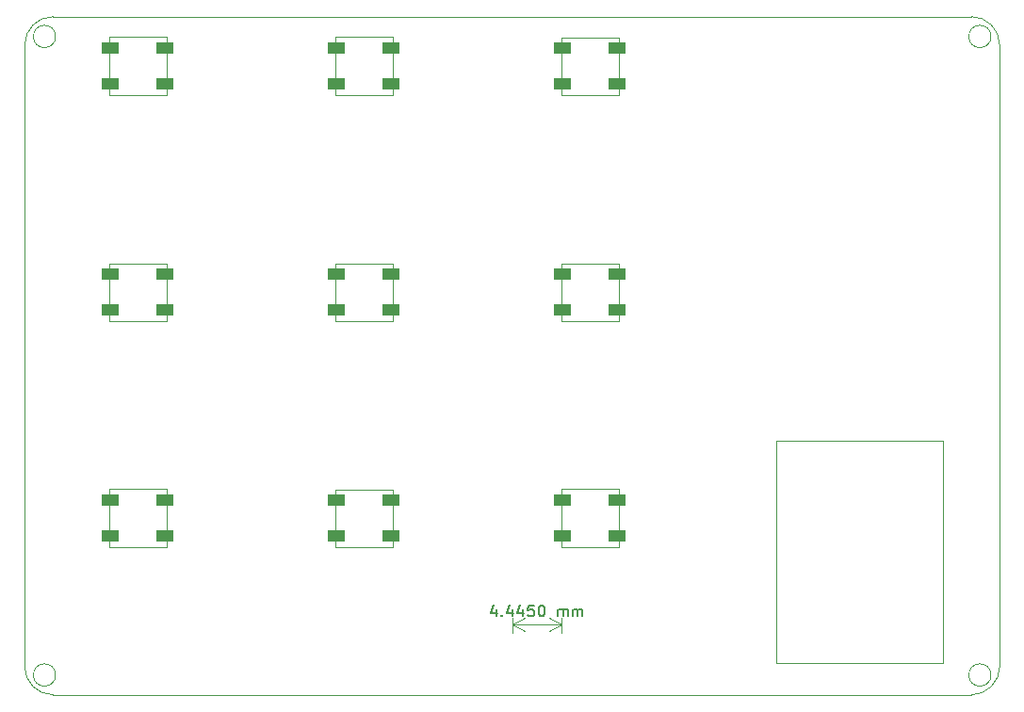
<source format=gbr>
%TF.GenerationSoftware,KiCad,Pcbnew,(6.0.5)*%
%TF.CreationDate,2022-06-17T09:46:01+08:00*%
%TF.ProjectId,keyboard_V4,6b657962-6f61-4726-945f-56342e6b6963,rev?*%
%TF.SameCoordinates,Original*%
%TF.FileFunction,Paste,Bot*%
%TF.FilePolarity,Positive*%
%FSLAX46Y46*%
G04 Gerber Fmt 4.6, Leading zero omitted, Abs format (unit mm)*
G04 Created by KiCad (PCBNEW (6.0.5)) date 2022-06-17 09:46:01*
%MOMM*%
%LPD*%
G01*
G04 APERTURE LIST*
%TA.AperFunction,Profile*%
%ADD10C,0.050000*%
%TD*%
%ADD11C,0.150000*%
%ADD12R,1.500000X1.000000*%
G04 APERTURE END LIST*
D10*
X43241538Y-103567747D02*
X38059938Y-103567747D01*
X38059938Y-103567747D02*
X38059938Y-98356147D01*
X38059938Y-98356147D02*
X43241538Y-98356147D01*
X43241538Y-98356147D02*
X43241538Y-103567747D01*
X115570000Y-55880000D02*
X33020000Y-55880000D01*
X83870800Y-83235800D02*
X78689200Y-83235800D01*
X78689200Y-83235800D02*
X78689200Y-78054200D01*
X78689200Y-78054200D02*
X83870800Y-78054200D01*
X83870800Y-78054200D02*
X83870800Y-83235800D01*
X117332000Y-57658000D02*
G75*
G03*
X117332000Y-57658000I-1000000J0D01*
G01*
X83876806Y-103567747D02*
X78695206Y-103567747D01*
X78695206Y-103567747D02*
X78695206Y-98366147D01*
X78695206Y-98366147D02*
X83876806Y-98366147D01*
X83876806Y-98366147D02*
X83876806Y-103567747D01*
X43241538Y-83255800D02*
X38059938Y-83255800D01*
X38059938Y-83255800D02*
X38059938Y-78054200D01*
X38059938Y-78054200D02*
X43241538Y-78054200D01*
X43241538Y-78054200D02*
X43241538Y-83255800D01*
X63559172Y-83255800D02*
X58377572Y-83255800D01*
X58377572Y-83255800D02*
X58377572Y-78054200D01*
X58377572Y-78054200D02*
X63559172Y-78054200D01*
X63559172Y-78054200D02*
X63559172Y-83255800D01*
X63550800Y-103575000D02*
X58369200Y-103575000D01*
X58369200Y-103575000D02*
X58369200Y-98373400D01*
X58369200Y-98373400D02*
X63550800Y-98373400D01*
X63550800Y-98373400D02*
X63550800Y-103575000D01*
X117332000Y-115062000D02*
G75*
G03*
X117332000Y-115062000I-1000000J0D01*
G01*
X118110000Y-58420000D02*
X118110000Y-114300000D01*
X30480000Y-58420000D02*
X30480000Y-114300000D01*
X30480000Y-114300000D02*
G75*
G03*
X33020000Y-116840000I2540000J0D01*
G01*
X43230800Y-62935800D02*
X38049200Y-62935800D01*
X38049200Y-62935800D02*
X38049200Y-57714200D01*
X38049200Y-57714200D02*
X43230800Y-57714200D01*
X43230800Y-57714200D02*
X43230800Y-62935800D01*
X33020000Y-116840000D02*
X115570000Y-116840000D01*
X83870800Y-62925800D02*
X78689200Y-62925800D01*
X78689200Y-62925800D02*
X78689200Y-57734200D01*
X78689200Y-57734200D02*
X83870800Y-57734200D01*
X83870800Y-57734200D02*
X83870800Y-62925800D01*
X33258000Y-57658000D02*
G75*
G03*
X33258000Y-57658000I-1000000J0D01*
G01*
X33020000Y-55880000D02*
G75*
G03*
X30480000Y-58420000I0J-2540000D01*
G01*
X118110000Y-58420000D02*
G75*
G03*
X115570000Y-55880000I-2540000J0D01*
G01*
X63550800Y-62935800D02*
X58369200Y-62935800D01*
X58369200Y-62935800D02*
X58369200Y-57714200D01*
X58369200Y-57714200D02*
X63550800Y-57714200D01*
X63550800Y-57714200D02*
X63550800Y-62935800D01*
X98000000Y-94000000D02*
X113000000Y-94000000D01*
X113000000Y-94000000D02*
X113000000Y-114000000D01*
X113000000Y-114000000D02*
X98000000Y-114000000D01*
X98000000Y-114000000D02*
X98000000Y-94000000D01*
X115570000Y-116840000D02*
G75*
G03*
X118110000Y-114300000I0J2540000D01*
G01*
X33258000Y-115062000D02*
G75*
G03*
X33258000Y-115062000I-1000000J0D01*
G01*
D11*
X72850833Y-109125714D02*
X72850833Y-109792380D01*
X72612738Y-108744761D02*
X72374642Y-109459047D01*
X72993690Y-109459047D01*
X73374642Y-109697142D02*
X73422261Y-109744761D01*
X73374642Y-109792380D01*
X73327023Y-109744761D01*
X73374642Y-109697142D01*
X73374642Y-109792380D01*
X74279404Y-109125714D02*
X74279404Y-109792380D01*
X74041309Y-108744761D02*
X73803214Y-109459047D01*
X74422261Y-109459047D01*
X75231785Y-109125714D02*
X75231785Y-109792380D01*
X74993690Y-108744761D02*
X74755595Y-109459047D01*
X75374642Y-109459047D01*
X76231785Y-108792380D02*
X75755595Y-108792380D01*
X75707976Y-109268571D01*
X75755595Y-109220952D01*
X75850833Y-109173333D01*
X76088928Y-109173333D01*
X76184166Y-109220952D01*
X76231785Y-109268571D01*
X76279404Y-109363809D01*
X76279404Y-109601904D01*
X76231785Y-109697142D01*
X76184166Y-109744761D01*
X76088928Y-109792380D01*
X75850833Y-109792380D01*
X75755595Y-109744761D01*
X75707976Y-109697142D01*
X76898452Y-108792380D02*
X76993690Y-108792380D01*
X77088928Y-108840000D01*
X77136547Y-108887619D01*
X77184166Y-108982857D01*
X77231785Y-109173333D01*
X77231785Y-109411428D01*
X77184166Y-109601904D01*
X77136547Y-109697142D01*
X77088928Y-109744761D01*
X76993690Y-109792380D01*
X76898452Y-109792380D01*
X76803214Y-109744761D01*
X76755595Y-109697142D01*
X76707976Y-109601904D01*
X76660357Y-109411428D01*
X76660357Y-109173333D01*
X76707976Y-108982857D01*
X76755595Y-108887619D01*
X76803214Y-108840000D01*
X76898452Y-108792380D01*
X78422261Y-109792380D02*
X78422261Y-109125714D01*
X78422261Y-109220952D02*
X78469880Y-109173333D01*
X78565119Y-109125714D01*
X78707976Y-109125714D01*
X78803214Y-109173333D01*
X78850833Y-109268571D01*
X78850833Y-109792380D01*
X78850833Y-109268571D02*
X78898452Y-109173333D01*
X78993690Y-109125714D01*
X79136547Y-109125714D01*
X79231785Y-109173333D01*
X79279404Y-109268571D01*
X79279404Y-109792380D01*
X79755595Y-109792380D02*
X79755595Y-109125714D01*
X79755595Y-109220952D02*
X79803214Y-109173333D01*
X79898452Y-109125714D01*
X80041309Y-109125714D01*
X80136547Y-109173333D01*
X80184166Y-109268571D01*
X80184166Y-109792380D01*
X80184166Y-109268571D02*
X80231785Y-109173333D01*
X80327023Y-109125714D01*
X80469880Y-109125714D01*
X80565119Y-109173333D01*
X80612738Y-109268571D01*
X80612738Y-109792380D01*
D10*
X78740000Y-111260000D02*
X78740000Y-109903580D01*
X74295000Y-111260000D02*
X74295000Y-109903580D01*
X78740000Y-110490000D02*
X74295000Y-110490000D01*
X78740000Y-110490000D02*
X74295000Y-110490000D01*
X78740000Y-110490000D02*
X77613496Y-109903579D01*
X78740000Y-110490000D02*
X77613496Y-111076421D01*
X74295000Y-110490000D02*
X75421504Y-111076421D01*
X74295000Y-110490000D02*
X75421504Y-109903579D01*
D12*
%TO.C,RGB*%
X63410000Y-58725000D03*
X63410000Y-61925000D03*
X58510000Y-61925000D03*
X58510000Y-58725000D03*
%TD*%
%TO.C,RGB*%
X43090000Y-99365000D03*
X43090000Y-102565000D03*
X38190000Y-102565000D03*
X38190000Y-99365000D03*
%TD*%
%TO.C,RGB*%
X43090000Y-58725000D03*
X43090000Y-61925000D03*
X38190000Y-61925000D03*
X38190000Y-58725000D03*
%TD*%
%TO.C,RGB*%
X63410000Y-99365000D03*
X63410000Y-102565000D03*
X58510000Y-102565000D03*
X58510000Y-99365000D03*
%TD*%
%TO.C,RGB*%
X83730000Y-99365000D03*
X83730000Y-102565000D03*
X78830000Y-102565000D03*
X78830000Y-99365000D03*
%TD*%
%TO.C,RGB*%
X83730000Y-58725000D03*
X83730000Y-61925000D03*
X78830000Y-61925000D03*
X78830000Y-58725000D03*
%TD*%
%TO.C,RGB*%
X58519332Y-82252780D03*
X58519332Y-79052780D03*
X63419332Y-79052780D03*
X63419332Y-82252780D03*
%TD*%
%TO.C,RGB*%
X38195771Y-82252780D03*
X38195771Y-79052780D03*
X43095771Y-79052780D03*
X43095771Y-82252780D03*
%TD*%
%TO.C,RGB*%
X78830000Y-82245000D03*
X78830000Y-79045000D03*
X83730000Y-79045000D03*
X83730000Y-82245000D03*
%TD*%
M02*

</source>
